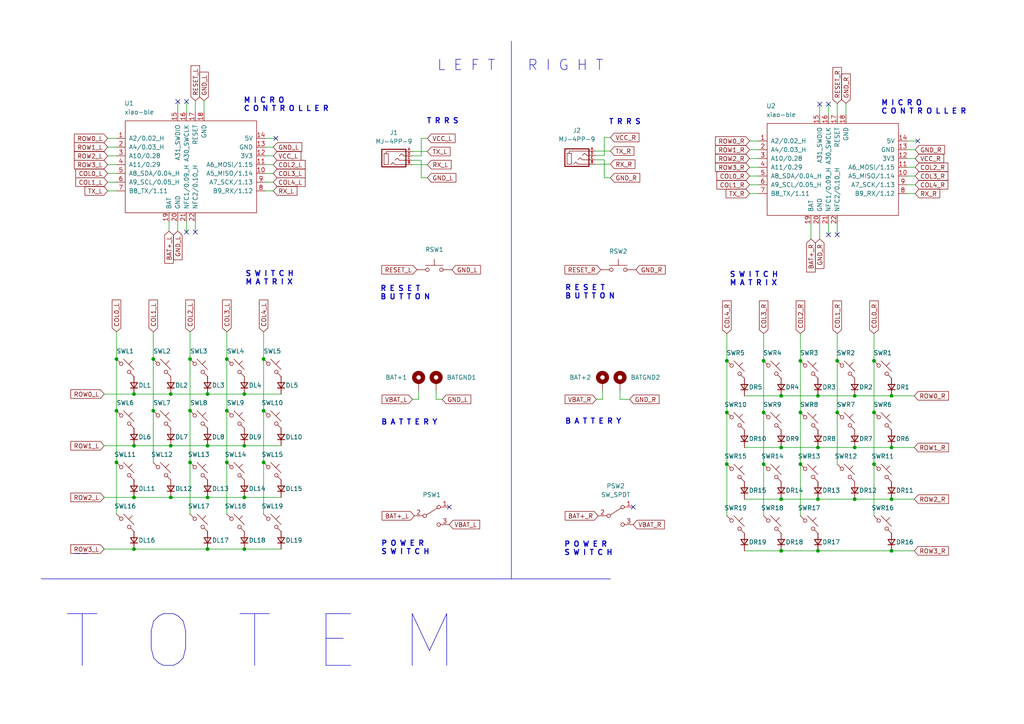
<source format=kicad_sch>
(kicad_sch (version 20211123) (generator eeschema)
  (paper "A4")
  (title_block (title "TOTEM split keyboard") (date "2022-11-09") (rev "0.3") (comment 1 "made by GEIST"))
  (lib_symbols
    (symbol "Device:D_Small" (pin_numbers hide) (pin_names (offset 0.254) hide)
      (property "Reference" "D" (at -1.27 2.032 0))
      (property "Value" "D_Small" (at -3.81 -2.032 0))
      (symbol "D_Small_0_1"
        (polyline (pts (xy -0.762 -1.016) (xy -0.762 1.016)) (stroke (width 0.254)))
        (polyline (pts (xy -0.762 0) (xy 0.762 0)))
        (polyline (pts (xy 0.762 -1.016) (xy -0.762 0) (xy 0.762 1.016) (xy 0.762 -1.016)) (stroke (width 0.254)))
      )
      (symbol "D_Small_1_1"
        (pin passive line (at -2.54 0 0) (length 1.778) (name "K") (number "1"))
        (pin passive line (at 2.54 0 180) (length 1.778) (name "A") (number "2"))
      )
    )
    (symbol "Mechanical:MountingHole_Pad" (pin_numbers hide) (pin_names (offset 1.016) hide)
      (property "Reference" "H" (at 0 6.35 0))
      (property "Value" "MountingHole_Pad" (at 0 4.445 0))
      (symbol "MountingHole_Pad_0_1"
        (circle (center 0 1.27) (radius 1.27) (stroke (width 1.27)))
      )
      (symbol "MountingHole_Pad_1_1"
        (pin input line (at 0 -2.54 90) (length 2.54) (name "1") (number "1"))
      )
    )
    (symbol "Switch:SW_Push" (pin_numbers hide) (pin_names (offset 1.016) hide)
      (property "Reference" "SW" (at 1.27 2.54 0))
      (property "Value" "SW_Push" (at 0 -1.524 0))
      (symbol "SW_Push_0_1"
        (circle (center -2.032 0) (radius 0.508))
        (polyline (pts (xy 0 1.27) (xy 0 3.048)))
        (polyline (pts (xy 2.54 1.27) (xy -2.54 1.27)))
        (circle (center 2.032 0) (radius 0.508))
        (pin passive line (at -5.08 0 0) (length 2.54) (name "1") (number "1"))
        (pin passive line (at 5.08 0 180) (length 2.54) (name "2") (number "2"))
      )
    )
    (symbol "Switch:SW_Push_45deg" (pin_numbers hide) (pin_names (offset 1.016) hide)
      (property "Reference" "SW" (at 3.048 1.016 0))
      (property "Value" "SW_Push_45deg" (at 0 -3.81 0))
      (symbol "SW_Push_45deg_0_1"
        (circle (center -1.1684 1.1684) (radius 0.508))
        (polyline (pts (xy -0.508 2.54) (xy 2.54 -0.508)))
        (polyline (pts (xy 1.016 1.016) (xy 2.032 2.032)))
        (polyline (pts (xy -2.54 2.54) (xy -1.524 1.524) (xy -1.524 1.524)))
        (polyline (pts (xy 1.524 -1.524) (xy 2.54 -2.54) (xy 2.54 -2.54) (xy 2.54 -2.54)))
        (circle (center 1.143 -1.1938) (radius 0.508))
        (pin passive line (at -2.54 2.54 0) (length 0) (name "1") (number "1"))
        (pin passive line (at 2.54 -2.54 180) (length 0) (name "2") (number "2"))
      )
    )
    (symbol "Switch:SW_SPDT" (pin_names (offset 0) hide)
      (property "Reference" "SW" (at 0 4.318 0))
      (property "Value" "SW_SPDT" (at 0 -5.08 0))
      (symbol "SW_SPDT_0_0"
        (circle (center -2.032 0) (radius 0.508))
        (circle (center 2.032 -2.54) (radius 0.508))
      )
      (symbol "SW_SPDT_0_1"
        (polyline (pts (xy -1.524 0.254) (xy 1.651 2.286)))
        (circle (center 2.032 2.54) (radius 0.508))
      )
      (symbol "SW_SPDT_1_1"
        (pin passive line (at 5.08 2.54 180) (length 2.54) (name "A") (number "1"))
        (pin passive line (at -5.08 0 0) (length 2.54) (name "B") (number "2"))
        (pin passive line (at 5.08 -2.54 180) (length 2.54) (name "C") (number "3"))
      )
    )
    (symbol "kbd:MJ-4PP-9" (pin_names (offset 1.016))
      (property "Reference" "J" (at 0 3.81 0))
      (property "Value" "MJ-4PP-9" (at 0 -3.81 0))
      (symbol "MJ-4PP-9_0_1"
        (rectangle (start -1.905 -1.905) (end -3.175 1.27))
        (polyline (pts (xy -2.54 1.27) (xy -2.54 1.905) (xy 3.175 1.905)))
        (polyline (pts (xy -1.27 -1.905) (xy -0.635 -1.27) (xy 0 -1.905) (xy 3.175 -1.905)))
        (polyline (pts (xy 0 -0.635) (xy 0.635 0) (xy 1.27 -0.635) (xy 3.175 -0.635)))
        (polyline (pts (xy 1.27 0.635) (xy 1.905 1.27) (xy 2.54 0.635) (xy 3.175 0.635)))
        (rectangle (start 3.175 2.54) (end -3.81 -2.54) (stroke (width 0.3048)))
      )
      (symbol "MJ-4PP-9_1_1"
        (pin input line (at 5.08 1.905 180) (length 2.0066) (name "~") (number "A"))
        (pin input line (at 5.08 -1.905 180) (length 2.0066) (name "~") (number "B"))
        (pin input line (at 5.08 -0.635 180) (length 2.0066) (name "~") (number "C"))
        (pin input line (at 5.08 0.635 180) (length 2.0066) (name "~") (number "D"))
      )
    )
    (symbol "mcu:xiao-ble" (pin_names (offset 1.016))
      (property "Reference" "U" (at -17.78 16.51 0))
      (property "Value" "xiao-ble" (at -15.24 13.97 0))
      (symbol "xiao-ble_0_1"
        (rectangle (start -19.05 12.7) (end 19.05 -13.97))
      )
      (symbol "xiao-ble_1_1"
        (pin bidirectional line (at -21.59 7.62 0) (length 2.54) (name "A2/0.02_H") (number "1"))
        (pin bidirectional line (at 21.59 -2.54 180) (length 2.54) (name "A5_MISO/1.14") (number "10"))
        (pin bidirectional line (at 21.59 0 180) (length 2.54) (name "A6_MOSI/1.15") (number "11"))
        (pin power_out line (at 21.59 2.54 180) (length 2.54) (name "3V3") (number "12"))
        (pin power_out line (at 21.59 5.08 180) (length 2.54) (name "GND") (number "13"))
        (pin power_out line (at 21.59 7.62 180) (length 2.54) (name "5V") (number "14"))
        (pin input line (at -3.81 15.24 270) (length 2.54) (name "A31_SWDIO") (number "15"))
        (pin input line (at -1.27 15.24 270) (length 2.54) (name "A30_SWCLK") (number "16"))
        (pin input line (at 1.27 15.24 270) (length 2.54) (name "RESET") (number "17"))
        (pin power_out line (at 3.81 15.24 270) (length 2.54) (name "GND") (number "18"))
        (pin bidirectional line (at -6.35 -16.51 90) (length 2.54) (name "BAT") (number "19"))
        (pin bidirectional line (at -21.59 5.08 0) (length 2.54) (name "A4/0.03_H") (number "2"))
        (pin power_out line (at -3.81 -16.51 90) (length 2.54) (name "GND") (number "20"))
        (pin bidirectional line (at -1.27 -16.51 90) (length 2.54) (name "NFC1/0.09_H") (number "21"))
        (pin bidirectional line (at 1.27 -16.51 90) (length 2.54) (name "NFC2/0.10_H") (number "22"))
        (pin bidirectional line (at -21.59 2.54 0) (length 2.54) (name "A10/0.28") (number "3"))
        (pin bidirectional line (at -21.59 0 0) (length 2.54) (name "A11/0.29") (number "4"))
        (pin bidirectional line (at -21.59 -2.54 0) (length 2.54) (name "A8_SDA/0.04_H") (number "5"))
        (pin bidirectional line (at -21.59 -5.08 0) (length 2.54) (name "A9_SCL/0.05_H") (number "6"))
        (pin bidirectional line (at -21.59 -7.62 0) (length 2.54) (name "B8_TX/1.11") (number "7"))
        (pin bidirectional line (at 21.59 -7.62 180) (length 2.54) (name "B9_RX/1.12") (number "8"))
        (pin bidirectional line (at 21.59 -5.08 180) (length 2.54) (name "A7_SCK/1.13") (number "9"))
      )
    )
  )
  (junction (at 33.782 104.14))
  (junction (at 33.782 134.112))
  (junction (at 226.568 129.794))
  (junction (at 49.53 114.3))
  (junction (at 44.45 119.126))
  (junction (at 55.118 119.126))
  (junction (at 70.866 129.286))
  (junction (at 226.568 144.78))
  (junction (at 226.568 159.766))
  (junction (at 237.236 114.808))
  (junction (at 49.53 144.272))
  (junction (at 38.862 159.258))
  (junction (at 232.156 119.634))
  (junction (at 258.572 144.78))
  (junction (at 76.454 104.14))
  (junction (at 70.866 144.272))
  (junction (at 221.488 119.634))
  (junction (at 237.236 159.766))
  (junction (at 247.904 144.78))
  (junction (at 76.454 119.126))
  (junction (at 44.45 104.14))
  (junction (at 70.866 114.3))
  (junction (at 210.82 134.62))
  (junction (at 232.156 134.62))
  (junction (at 55.118 104.14))
  (junction (at 247.904 129.794))
  (junction (at 242.824 104.648))
  (junction (at 60.198 144.272))
  (junction (at 38.862 144.272))
  (junction (at 232.156 104.648))
  (junction (at 247.904 114.808))
  (junction (at 210.82 104.648))
  (junction (at 65.786 104.14))
  (junction (at 60.198 114.3))
  (junction (at 60.198 159.258))
  (junction (at 258.572 129.794))
  (junction (at 49.53 129.286))
  (junction (at 33.782 119.126))
  (junction (at 258.572 114.808))
  (junction (at 70.866 159.258))
  (junction (at 237.236 129.794))
  (junction (at 221.488 134.62))
  (junction (at 55.118 134.112))
  (junction (at 258.572 159.766))
  (junction (at 253.492 119.634))
  (junction (at 242.824 119.634))
  (junction (at 38.862 129.286))
  (junction (at 65.786 119.126))
  (junction (at 76.454 134.112))
  (junction (at 253.492 134.62))
  (junction (at 65.786 134.112))
  (junction (at 226.568 114.808))
  (junction (at 60.198 129.286))
  (junction (at 237.236 144.78))
  (junction (at 38.862 114.3))
  (junction (at 253.492 104.648))
  (junction (at 221.488 104.648))
  (junction (at 210.82 119.634))
  (no_connect (at 237.744 30.226))
  (no_connect (at 240.284 30.226))
  (no_connect (at 54.102 67.31))
  (no_connect (at 56.642 67.31))
  (no_connect (at 183.642 147.066))
  (no_connect (at 54.102 29.464))
  (no_connect (at 51.562 29.464))
  (no_connect (at 266.192 40.894))
  (no_connect (at 80.01 40.132))
  (no_connect (at 130.302 147.066))
  (no_connect (at 242.824 68.072))
  (no_connect (at 240.284 68.072))
  (wire (pts (xy 215.9 144.78) (xy 226.568 144.78)))
  (wire (pts (xy 49.022 64.262) (xy 49.022 67.056)))
  (wire (pts (xy 217.424 40.894) (xy 219.964 40.894)))
  (wire (pts (xy 215.9 129.794) (xy 226.568 129.794)))
  (wire (pts (xy 247.904 114.808) (xy 258.572 114.808)))
  (wire (pts (xy 179.832 113.284) (xy 179.832 115.824)))
  (wire (pts (xy 76.962 40.132) (xy 80.01 40.132)))
  (wire (pts (xy 253.492 96.774) (xy 253.492 104.648)))
  (wire (pts (xy 126.492 115.824) (xy 128.27 115.824)))
  (wire (pts (xy 126.492 113.284) (xy 126.492 115.824)))
  (wire (pts (xy 56.642 29.21) (xy 56.642 32.512)))
  (wire (pts (xy 65.786 104.14) (xy 65.786 119.126)))
  (wire (pts (xy 263.144 51.054) (xy 265.43 51.054)))
  (wire (pts (xy 240.284 65.024) (xy 240.284 68.072)))
  (wire (pts (xy 49.53 144.272) (xy 60.198 144.272)))
  (wire (pts (xy 210.82 96.774) (xy 210.82 104.648)))
  (wire (pts (xy 31.242 40.132) (xy 33.782 40.132)))
  (wire (pts (xy 217.424 56.134) (xy 219.964 56.134)))
  (wire (pts (xy 122.174 40.132) (xy 122.174 45.212)))
  (wire (pts (xy 175.26 46.355) (xy 175.26 51.562)))
  (wire (pts (xy 70.866 129.286) (xy 81.534 129.286)))
  (wire (pts (xy 226.568 144.78) (xy 237.236 144.78)))
  (wire (pts (xy 210.82 134.62) (xy 210.82 149.606)))
  (wire (pts (xy 210.82 119.634) (xy 210.82 134.62)))
  (wire (pts (xy 237.236 114.808) (xy 247.904 114.808)))
  (wire (pts (xy 217.424 51.054) (xy 219.964 51.054)))
  (wire (pts (xy 65.786 119.126) (xy 65.786 134.112)))
  (wire (pts (xy 263.144 43.434) (xy 265.43 43.434)))
  (wire (pts (xy 55.118 134.112) (xy 55.118 149.098)))
  (wire (pts (xy 253.492 134.62) (xy 253.492 149.606)))
  (wire (pts (xy 122.174 46.482) (xy 122.174 51.562)))
  (wire (pts (xy 38.862 129.286) (xy 49.53 129.286)))
  (wire (pts (xy 76.454 104.14) (xy 76.454 119.126)))
  (wire (pts (xy 242.824 104.648) (xy 242.824 119.634)))
  (wire (pts (xy 232.156 96.774) (xy 232.156 104.648)))
  (wire (pts (xy 215.9 114.808) (xy 226.568 114.808)))
  (wire (pts (xy 76.962 45.212) (xy 79.248 45.212)))
  (wire (pts (xy 33.782 134.112) (xy 33.782 149.098)))
  (wire (pts (xy 31.242 47.752) (xy 33.782 47.752)))
  (wire (pts (xy 54.102 29.464) (xy 54.102 32.512)))
  (wire (pts (xy 172.72 47.625) (xy 177.038 47.625)))
  (wire (pts (xy 217.424 48.514) (xy 219.964 48.514)))
  (wire (pts (xy 30.226 129.286) (xy 38.862 129.286)))
  (wire (pts (xy 237.744 65.024) (xy 237.744 69.342)))
  (wire (pts (xy 76.962 52.832) (xy 79.248 52.832)))
  (wire (pts (xy 253.492 104.648) (xy 253.492 119.634)))
  (wire (pts (xy 38.862 144.272) (xy 49.53 144.272)))
  (wire (pts (xy 51.562 29.464) (xy 51.562 32.512)))
  (wire (pts (xy 76.962 55.372) (xy 79.248 55.372)))
  (polyline (pts (xy 21.59 160.528) (xy 25.4 160.528)))
  (wire (pts (xy 263.144 56.134) (xy 265.43 56.134)))
  (wire (pts (xy 263.144 40.894) (xy 266.192 40.894)))
  (wire (pts (xy 215.9 159.766) (xy 226.568 159.766)))
  (wire (pts (xy 70.866 114.3) (xy 81.534 114.3)))
  (wire (pts (xy 175.26 51.562) (xy 177.038 51.562)))
  (wire (pts (xy 258.572 129.794) (xy 265.176 129.794)))
  (wire (pts (xy 263.144 48.514) (xy 265.43 48.514)))
  (wire (pts (xy 242.824 119.634) (xy 242.824 134.62)))
  (wire (pts (xy 33.782 96.266) (xy 33.782 104.14)))
  (wire (pts (xy 76.454 96.266) (xy 76.454 104.14)))
  (wire (pts (xy 122.174 40.132) (xy 123.952 40.132)))
  (wire (pts (xy 232.156 119.634) (xy 232.156 134.62)))
  (wire (pts (xy 38.862 159.258) (xy 60.198 159.258)))
  (wire (pts (xy 177.038 39.878) (xy 175.26 39.878)))
  (wire (pts (xy 258.572 144.78) (xy 265.176 144.78)))
  (wire (pts (xy 31.242 45.212) (xy 33.782 45.212)))
  (wire (pts (xy 237.236 159.766) (xy 258.572 159.766)))
  (wire (pts (xy 65.786 96.266) (xy 65.786 104.14)))
  (wire (pts (xy 76.454 134.112) (xy 76.454 149.098)))
  (wire (pts (xy 119.634 115.824) (xy 121.412 115.824)))
  (wire (pts (xy 221.488 104.648) (xy 221.488 119.634)))
  (wire (pts (xy 242.824 96.774) (xy 242.824 104.648)))
  (wire (pts (xy 242.824 65.024) (xy 242.824 68.072)))
  (wire (pts (xy 119.634 47.752) (xy 123.952 47.752)))
  (wire (pts (xy 226.568 159.766) (xy 237.236 159.766)))
  (wire (pts (xy 119.634 45.212) (xy 122.174 45.212)))
  (wire (pts (xy 221.488 134.62) (xy 221.488 149.606)))
  (wire (pts (xy 119.634 43.942) (xy 123.952 43.942)))
  (wire (pts (xy 237.236 144.78) (xy 247.904 144.78)))
  (wire (pts (xy 245.364 29.972) (xy 245.364 33.274)))
  (polyline (pts (xy 148.336 11.938) (xy 148.336 167.894)) (stroke (width 0) (type solid)))
  (wire (pts (xy 121.412 115.824) (xy 121.412 113.284)))
  (wire (pts (xy 30.226 114.3) (xy 38.862 114.3)))
  (wire (pts (xy 76.454 119.126) (xy 76.454 134.112)))
  (wire (pts (xy 258.572 159.766) (xy 265.176 159.766)))
  (wire (pts (xy 59.182 29.21) (xy 59.182 32.512)))
  (wire (pts (xy 49.53 129.286) (xy 60.198 129.286)))
  (wire (pts (xy 122.174 51.562) (xy 123.952 51.562)))
  (wire (pts (xy 31.242 50.292) (xy 33.782 50.292)))
  (wire (pts (xy 258.572 114.808) (xy 265.176 114.808)))
  (wire (pts (xy 263.144 45.974) (xy 265.43 45.974)))
  (polyline (pts (xy 11.938 167.894) (xy 177.038 167.894)) (stroke (width 0) (type solid)))
  (wire (pts (xy 60.198 144.272) (xy 70.866 144.272)))
  (wire (pts (xy 242.824 29.972) (xy 242.824 33.274)))
  (wire (pts (xy 172.974 115.824) (xy 174.752 115.824)))
  (wire (pts (xy 247.904 129.794) (xy 258.572 129.794)))
  (wire (pts (xy 237.744 30.226) (xy 237.744 33.274)))
  (wire (pts (xy 172.72 46.355) (xy 175.26 46.355)))
  (wire (pts (xy 226.568 114.808) (xy 237.236 114.808)))
  (wire (pts (xy 56.642 64.262) (xy 56.642 67.31)))
  (wire (pts (xy 49.53 114.3) (xy 60.198 114.3)))
  (wire (pts (xy 60.198 129.286) (xy 70.866 129.286)))
  (wire (pts (xy 232.156 134.62) (xy 232.156 149.606)))
  (wire (pts (xy 263.144 53.594) (xy 265.43 53.594)))
  (wire (pts (xy 31.242 55.372) (xy 33.782 55.372)))
  (wire (pts (xy 44.45 104.14) (xy 44.45 119.126)))
  (wire (pts (xy 217.424 53.594) (xy 219.964 53.594)))
  (wire (pts (xy 172.72 45.085) (xy 175.26 45.085)))
  (wire (pts (xy 44.45 119.126) (xy 44.45 134.112)))
  (wire (pts (xy 237.236 129.794) (xy 247.904 129.794)))
  (wire (pts (xy 44.45 96.266) (xy 44.45 104.14)))
  (wire (pts (xy 38.862 114.3) (xy 49.53 114.3)))
  (wire (pts (xy 55.118 119.126) (xy 55.118 134.112)))
  (wire (pts (xy 217.424 43.434) (xy 219.964 43.434)))
  (wire (pts (xy 221.488 119.634) (xy 221.488 134.62)))
  (wire (pts (xy 65.786 134.112) (xy 65.786 149.098)))
  (wire (pts (xy 76.962 47.752) (xy 79.248 47.752)))
  (wire (pts (xy 174.752 115.824) (xy 174.752 113.284)))
  (wire (pts (xy 240.284 30.226) (xy 240.284 33.274)))
  (wire (pts (xy 60.198 159.258) (xy 70.866 159.258)))
  (wire (pts (xy 210.82 104.648) (xy 210.82 119.634)))
  (wire (pts (xy 31.242 52.832) (xy 33.782 52.832)))
  (wire (pts (xy 247.904 144.78) (xy 258.572 144.78)))
  (wire (pts (xy 221.488 96.774) (xy 221.488 104.648)))
  (wire (pts (xy 30.226 144.272) (xy 38.862 144.272)))
  (wire (pts (xy 76.962 42.672) (xy 79.248 42.672)))
  (wire (pts (xy 31.242 42.672) (xy 33.782 42.672)))
  (wire (pts (xy 232.156 104.648) (xy 232.156 119.634)))
  (wire (pts (xy 70.866 159.258) (xy 81.534 159.258)))
  (wire (pts (xy 235.204 65.024) (xy 235.204 69.342)))
  (wire (pts (xy 55.118 104.14) (xy 55.118 119.126)))
  (wire (pts (xy 33.782 104.14) (xy 33.782 119.126)))
  (wire (pts (xy 54.102 64.262) (xy 54.102 67.31)))
  (wire (pts (xy 55.118 96.266) (xy 55.118 104.14)))
  (wire (pts (xy 179.832 115.824) (xy 182.626 115.824)))
  (wire (pts (xy 60.198 114.3) (xy 70.866 114.3)))
  (wire (pts (xy 76.962 50.292) (xy 79.248 50.292)))
  (wire (pts (xy 51.562 64.262) (xy 51.562 67.056)))
  (wire (pts (xy 30.226 159.258) (xy 38.862 159.258)))
  (wire (pts (xy 33.782 119.126) (xy 33.782 134.112)))
  (wire (pts (xy 217.424 45.974) (xy 219.964 45.974)))
  (wire (pts (xy 253.492 119.634) (xy 253.492 134.62)))
  (wire (pts (xy 122.174 46.482) (xy 119.634 46.482)))
  (wire (pts (xy 70.866 144.272) (xy 81.534 144.272)))
  (wire (pts (xy 175.26 39.878) (xy 175.26 45.085)))
  (wire (pts (xy 226.568 129.794) (xy 237.236 129.794)))
  (wire (pts (xy 172.72 43.815) (xy 177.038 43.815)))
  (text "M I C R O \nC O N T R O L L E R" (at 255.524 33.274 0) (effects (font (size 1.5 1.5) (thickness 0.3) bold) (justify left bottom)))
  (text "T R R S" (at 176.53 36.322 0) (effects (font (size 1.5 1.5) (thickness 0.3) bold) (justify left bottom)))
  (text "R E S E T \nB U T T O N" (at 110.236 87.122 0) (effects (font (size 1.5 1.5) (thickness 0.3) bold) (justify left bottom)))
  (text "S W I T C H\nM A T R I X" (at 71.12 82.804 0) (effects (font (size 1.5 1.5) (thickness 0.3) bold) (justify left bottom)))
  (text "P O W E R\nS W I T C H" (at 110.49 161.036 0) (effects (font (size 1.5 1.5) (thickness 0.3) bold) (justify left bottom)))
  (text "R E S E T \nB U T T O N" (at 163.83 86.868 0) (effects (font (size 1.5 1.5) (thickness 0.3) bold) (justify left bottom)))
  (text "T O T E M" (at 18.034 195.072 0) (effects (font (size 15 15)) (justify left bottom)))
  (text "S W I T C H\nM A T R I X" (at 211.582 83.058 0) (effects (font (size 1.5 1.5) (thickness 0.3) bold) (justify left bottom)))
  (text "T R R S" (at 123.698 36.068 0) (effects (font (size 1.5 1.5) (thickness 0.3) bold) (justify left bottom)))
  (text "B A T T E R Y" (at 110.49 123.444 0) (effects (font (size 1.5 1.5) (thickness 0.3) bold) (justify left bottom)))
  (text "P O W E R\nS W I T C H" (at 163.576 161.29 0) (effects (font (size 1.5 1.5) (thickness 0.3) bold) (justify left bottom)))
  (text "R I G H T" (at 152.908 20.828 0) (effects (font (size 3 3)) (justify left bottom)))
  (text "B A T T E R Y" (at 163.83 123.19 0) (effects (font (size 1.5 1.5) (thickness 0.3) bold) (justify left bottom)))
  (text "L E F T" (at 143.764 20.828 180) (effects (font (size 3 3)) (justify right bottom)))
  (text "M I C R O \nC O N T R O L L E R" (at 70.612 32.512 0) (effects (font (size 1.5 1.5) (thickness 0.3) bold) (justify left bottom)))
  (global_label "GND_L" (shape input) (at 131.064 78.232 0) (property "Intersheet References" "${INTERSHEET_REFS}" (effects hide)))
  (global_label "VCC_R" (shape input) (at 265.43 45.974 0) (property "Intersheet References" "${INTERSHEET_REFS}" (effects hide)))
  (global_label "RX_L" (shape input) (at 123.952 47.752 0) (property "Intersheet References" "${INTERSHEET_REFS}" (effects hide)))
  (global_label "ROW3_R" (shape input) (at 265.176 159.766 0) (property "Intersheet References" "${INTERSHEET_REFS}" (effects hide)))
  (global_label "GND_R" (shape input) (at 265.43 43.434 0) (property "Intersheet References" "${INTERSHEET_REFS}" (effects hide)))
  (global_label "COL3_L" (shape input) (at 65.786 96.266 90) (property "Intersheet References" "${INTERSHEET_REFS}" (effects hide)))
  (global_label "COL4_L" (shape input) (at 76.454 96.266 90) (property "Intersheet References" "${INTERSHEET_REFS}" (effects hide)))
  (global_label "ROW0_R" (shape input) (at 265.176 114.808 0) (property "Intersheet References" "${INTERSHEET_REFS}" (effects hide)))
  (global_label "COL1_L" (shape input) (at 44.45 96.266 90) (property "Intersheet References" "${INTERSHEET_REFS}" (effects hide)))
  (global_label "GND_L" (shape input) (at 59.182 29.21 90) (property "Intersheet References" "${INTERSHEET_REFS}" (effects hide)))
  (global_label "COL2_R" (shape input) (at 232.156 96.774 90) (property "Intersheet References" "${INTERSHEET_REFS}" (effects hide)))
  (global_label "GND_L" (shape input) (at 79.248 42.672 0) (property "Intersheet References" "${INTERSHEET_REFS}" (effects hide)))
  (global_label "BAT+_L" (shape input) (at 120.142 149.606 180) (property "Intersheet References" "${INTERSHEET_REFS}" (effects hide)))
  (global_label "ROW0_R" (shape input) (at 217.424 40.894 180) (property "Intersheet References" "${INTERSHEET_REFS}" (effects hide)))
  (global_label "COL0_R" (shape input) (at 217.424 51.054 180) (property "Intersheet References" "${INTERSHEET_REFS}" (effects hide)))
  (global_label "COL4_R" (shape input) (at 265.43 53.594 0) (property "Intersheet References" "${INTERSHEET_REFS}" (effects hide)))
  (global_label "VCC_L" (shape input) (at 123.952 40.132 0) (property "Intersheet References" "${INTERSHEET_REFS}" (effects hide)))
  (global_label "VCC_R" (shape input) (at 177.038 39.878 0) (property "Intersheet References" "${INTERSHEET_REFS}" (effects hide)))
  (global_label "RESET_R" (shape input) (at 242.824 29.972 90) (property "Intersheet References" "${INTERSHEET_REFS}" (effects hide)))
  (global_label "RESET_R" (shape input) (at 174.244 78.232 180) (property "Intersheet References" "${INTERSHEET_REFS}" (effects hide)))
  (global_label "ROW3_L" (shape input) (at 30.226 159.258 180) (property "Intersheet References" "${INTERSHEET_REFS}" (effects hide)))
  (global_label "VBAT_R" (shape input) (at 183.642 152.146 0) (property "Intersheet References" "${INTERSHEET_REFS}" (effects hide)))
  (global_label "GND_L" (shape input) (at 51.562 67.056 270) (property "Intersheet References" "${INTERSHEET_REFS}" (effects hide)))
  (global_label "RESET_L" (shape input) (at 120.904 78.232 180) (property "Intersheet References" "${INTERSHEET_REFS}" (effects hide)))
  (global_label "VBAT_R" (shape input) (at 172.974 115.824 180) (property "Intersheet References" "${INTERSHEET_REFS}" (effects hide)))
  (global_label "VCC_L" (shape input) (at 79.248 45.212 0) (property "Intersheet References" "${INTERSHEET_REFS}" (effects hide)))
  (global_label "TX_L" (shape input) (at 123.952 43.942 0) (property "Intersheet References" "${INTERSHEET_REFS}" (effects hide)))
  (global_label "BAT+_L" (shape input) (at 49.022 67.056 270) (property "Intersheet References" "${INTERSHEET_REFS}" (effects hide)))
  (global_label "COL1_R" (shape input) (at 217.424 53.594 180) (property "Intersheet References" "${INTERSHEET_REFS}" (effects hide)))
  (global_label "ROW3_R" (shape input) (at 217.424 48.514 180) (property "Intersheet References" "${INTERSHEET_REFS}" (effects hide)))
  (global_label "BAT+_R" (shape input) (at 173.482 149.606 180) (property "Intersheet References" "${INTERSHEET_REFS}" (effects hide)))
  (global_label "ROW0_L" (shape input) (at 30.226 114.3 180) (property "Intersheet References" "${INTERSHEET_REFS}" (effects hide)))
  (global_label "GND_L" (shape input) (at 128.27 115.824 0) (property "Intersheet References" "${INTERSHEET_REFS}" (effects hide)))
  (global_label "VBAT_L" (shape input) (at 119.634 115.824 180) (property "Intersheet References" "${INTERSHEET_REFS}" (effects hide)))
  (global_label "ROW1_R" (shape input) (at 265.176 129.794 0) (property "Intersheet References" "${INTERSHEET_REFS}" (effects hide)))
  (global_label "GND_L" (shape input) (at 123.952 51.562 0) (property "Intersheet References" "${INTERSHEET_REFS}" (effects hide)))
  (global_label "BAT+_R" (shape input) (at 235.204 69.342 270) (property "Intersheet References" "${INTERSHEET_REFS}" (effects hide)))
  (global_label "GND_R" (shape input) (at 182.626 115.824 0) (property "Intersheet References" "${INTERSHEET_REFS}" (effects hide)))
  (global_label "RX_L" (shape input) (at 79.248 55.372 0) (property "Intersheet References" "${INTERSHEET_REFS}" (effects hide)))
  (global_label "GND_R" (shape input) (at 184.404 78.232 0) (property "Intersheet References" "${INTERSHEET_REFS}" (effects hide)))
  (global_label "COL0_L" (shape input) (at 33.782 96.266 90) (property "Intersheet References" "${INTERSHEET_REFS}" (effects hide)))
  (global_label "ROW3_L" (shape input) (at 31.242 47.752 180) (property "Intersheet References" "${INTERSHEET_REFS}" (effects hide)))
  (global_label "COL3_R" (shape input) (at 265.43 51.054 0) (property "Intersheet References" "${INTERSHEET_REFS}" (effects hide)))
  (global_label "TX_R" (shape input) (at 177.038 43.815 0) (property "Intersheet References" "${INTERSHEET_REFS}" (effects hide)))
  (global_label "COL4_R" (shape input) (at 210.82 96.774 90) (property "Intersheet References" "${INTERSHEET_REFS}" (effects hide)))
  (global_label "RESET_L" (shape input) (at 56.642 29.21 90) (property "Intersheet References" "${INTERSHEET_REFS}" (effects hide)))
  (global_label "RX_R" (shape input) (at 177.038 47.625 0) (property "Intersheet References" "${INTERSHEET_REFS}" (effects hide)))
  (global_label "COL3_R" (shape input) (at 221.488 96.774 90) (property "Intersheet References" "${INTERSHEET_REFS}" (effects hide)))
  (global_label "TX_R" (shape input) (at 217.424 56.134 180) (property "Intersheet References" "${INTERSHEET_REFS}" (effects hide)))
  (global_label "ROW1_L" (shape input) (at 30.226 129.286 180) (property "Intersheet References" "${INTERSHEET_REFS}" (effects hide)))
  (global_label "ROW2_L" (shape input) (at 31.242 45.212 180) (property "Intersheet References" "${INTERSHEET_REFS}" (effects hide)))
  (global_label "GND_R" (shape input) (at 237.744 69.342 270) (property "Intersheet References" "${INTERSHEET_REFS}" (effects hide)))
  (global_label "COL2_R" (shape input) (at 265.43 48.514 0) (property "Intersheet References" "${INTERSHEET_REFS}" (effects hide)))
  (global_label "GND_R" (shape input) (at 245.364 29.972 90) (property "Intersheet References" "${INTERSHEET_REFS}" (effects hide)))
  (global_label "VBAT_L" (shape input) (at 130.302 152.146 0) (property "Intersheet References" "${INTERSHEET_REFS}" (effects hide)))
  (global_label "ROW1_L" (shape input) (at 31.242 42.672 180) (property "Intersheet References" "${INTERSHEET_REFS}" (effects hide)))
  (global_label "COL1_R" (shape input) (at 242.824 96.774 90) (property "Intersheet References" "${INTERSHEET_REFS}" (effects hide)))
  (global_label "GND_R" (shape input) (at 177.038 51.562 0) (property "Intersheet References" "${INTERSHEET_REFS}" (effects hide)))
  (global_label "COL0_L" (shape input) (at 31.242 50.292 180) (property "Intersheet References" "${INTERSHEET_REFS}" (effects hide)))
  (global_label "COL2_L" (shape input) (at 79.248 47.752 0) (property "Intersheet References" "${INTERSHEET_REFS}" (effects hide)))
  (global_label "ROW1_R" (shape input) (at 217.424 43.434 180) (property "Intersheet References" "${INTERSHEET_REFS}" (effects hide)))
  (global_label "ROW2_R" (shape input) (at 265.176 144.78 0) (property "Intersheet References" "${INTERSHEET_REFS}" (effects hide)))
  (global_label "COL0_R" (shape input) (at 253.492 96.774 90) (property "Intersheet References" "${INTERSHEET_REFS}" (effects hide)))
  (global_label "COL3_L" (shape input) (at 79.248 50.292 0) (property "Intersheet References" "${INTERSHEET_REFS}" (effects hide)))
  (global_label "COL2_L" (shape input) (at 55.118 96.266 90) (property "Intersheet References" "${INTERSHEET_REFS}" (effects hide)))
  (global_label "TX_L" (shape input) (at 31.242 55.372 180) (property "Intersheet References" "${INTERSHEET_REFS}" (effects hide)))
  (global_label "ROW2_L" (shape input) (at 30.226 144.272 180) (property "Intersheet References" "${INTERSHEET_REFS}" (effects hide)))
  (global_label "COL4_L" (shape input) (at 79.248 52.832 0) (property "Intersheet References" "${INTERSHEET_REFS}" (effects hide)))
  (global_label "RX_R" (shape input) (at 265.43 56.134 0) (property "Intersheet References" "${INTERSHEET_REFS}" (effects hide)))
  (global_label "ROW0_L" (shape input) (at 31.242 40.132 180) (property "Intersheet References" "${INTERSHEET_REFS}" (effects hide)))
  (global_label "COL1_L" (shape input) (at 31.242 52.832 180) (property "Intersheet References" "${INTERSHEET_REFS}" (effects hide)))
  (global_label "ROW2_R" (shape input) (at 217.424 45.974 180) (property "Intersheet References" "${INTERSHEET_REFS}" (effects hide)))
  (symbol (lib_id "Device:D_Small") (at 81.534 156.718 90) (unit 1)
    (property "Reference" "DL19" (at 82.804 156.718 90) (effects (justify right)))
    (property "Value" "D_Small" (effects hide))
    (property "Footprint" "TOTEMlib:Diode_SOD123" (effects hide))
  )
  (symbol (lib_id "Switch:SW_Push_45deg") (at 245.364 107.188 0) (unit 1)
    (property "Reference" "SWR2" (at 245.364 102.362 0))
    (property "Value" "SW_Push_45deg" (effects hide))
    (property "Footprint" "TOTEMlib:Kailh_socket_PG1350_optional" (effects hide))
  )
  (symbol (lib_id "Switch:SW_Push_45deg") (at 57.658 151.638 0) (unit 1)
    (property "Reference" "SWL17" (at 57.658 146.812 0))
    (property "Value" "SW_Push_45deg" (effects hide))
    (property "Footprint" "TOTEMlib:Kailh_socket_PG1350_optional" (effects hide))
  )
  (symbol (lib_id "Switch:SW_Push_45deg") (at 36.322 151.638 0) (unit 1)
    (property "Reference" "SWL16" (at 36.322 146.812 0))
    (property "Value" "SW_Push_45deg" (effects hide))
    (property "Footprint" "TOTEMlib:Kailh_socket_PG1350_optional" (effects hide))
  )
  (symbol (lib_id "Switch:SW_Push_45deg") (at 256.032 152.146 0) (unit 1)
    (property "Reference" "SWR16" (at 256.032 147.32 0))
    (property "Value" "SW_Push_45deg" (effects hide))
    (property "Footprint" "TOTEMlib:Kailh_socket_PG1350_optional" (effects hide))
  )
  (symbol (lib_id "Switch:SW_SPDT") (at 125.222 149.606 0) (unit 1)
    (property "Reference" "PSW1" (at 125.222 143.51 0))
    (property "Value" "SW_SPDT" (effects hide))
    (property "Footprint" "TOTEMlib:MSK12C02" (effects hide))
  )
  (symbol (lib_id "Switch:SW_Push_45deg") (at 68.326 106.68 0) (unit 1)
    (property "Reference" "SWL4" (at 68.326 101.854 0))
    (property "Value" "SW_Push_45deg" (effects hide))
    (property "Footprint" "TOTEMlib:Kailh_socket_PG1350_optional" (effects hide))
  )
  (symbol (lib_id "Device:D_Small") (at 258.572 127.254 90) (unit 1)
    (property "Reference" "DR6" (at 259.842 127.254 90) (effects (justify right)))
    (property "Value" "D_Small" (effects hide))
    (property "Footprint" "TOTEMlib:Diode_SOD123" (effects hide))
  )
  (symbol (lib_id "Mechanical:MountingHole_Pad") (at 121.412 110.744 0) (unit 1)
    (property "Reference" "BAT+1" (at 118.11 109.474 0) (effects (justify right)))
    (property "Value" "+" (effects hide))
    (property "Footprint" "TOTEMlib:BatteryPad" (effects hide))
  )
  (symbol (lib_id "Switch:SW_Push_45deg") (at 234.696 107.188 0) (unit 1)
    (property "Reference" "SWR3" (at 234.696 102.362 0))
    (property "Value" "SW_Push_45deg" (effects hide))
    (property "Footprint" "TOTEMlib:Kailh_socket_PG1350_optional" (effects hide))
  )
  (symbol (lib_id "Switch:SW_Push_45deg") (at 57.658 106.68 0) (unit 1)
    (property "Reference" "SWL3" (at 57.658 101.854 0))
    (property "Value" "SW_Push_45deg" (effects hide))
    (property "Footprint" "TOTEMlib:Kailh_socket_PG1350_optional" (effects hide))
  )
  (symbol (lib_id "Switch:SW_SPDT") (at 178.562 149.606 0) (unit 1)
    (property "Reference" "PSW2" (at 178.562 140.97 0))
    (property "Value" "SW_SPDT" (at 178.562 143.51 0))
    (property "Footprint" "TOTEMlib:MSK12C02" (effects hide))
  )
  (symbol (lib_id "Mechanical:MountingHole_Pad") (at 126.492 110.744 0) (unit 1)
    (property "Reference" "BATGND1" (at 129.54 109.474 0) (effects (justify left)))
    (property "Value" "-" (effects hide))
    (property "Footprint" "TOTEMlib:BatteryPad" (effects hide))
  )
  (symbol (lib_id "Device:D_Small") (at 215.9 112.268 90) (unit 1)
    (property "Reference" "DR5" (at 217.17 112.268 90) (effects (justify right)))
    (property "Value" "D_Small" (effects hide))
    (property "Footprint" "TOTEMlib:Diode_SOD123" (effects hide))
  )
  (symbol (lib_id "Switch:SW_Push_45deg") (at 213.36 122.174 0) (unit 1)
    (property "Reference" "SWR10" (at 213.36 117.348 0))
    (property "Value" "SW_Push_45deg" (effects hide))
    (property "Footprint" "TOTEMlib:Kailh_socket_PG1350_optional" (effects hide))
  )
  (symbol (lib_id "Switch:SW_Push") (at 125.984 78.232 0) (unit 1)
    (property "Reference" "RSW1" (at 125.984 72.39 0))
    (property "Value" "SW_Push" (effects hide))
    (property "Footprint" "TOTEMlib:SKHLLCA010" (effects hide))
  )
  (symbol (lib_id "Switch:SW_Push_45deg") (at 245.364 137.16 0) (unit 1)
    (property "Reference" "SWR12" (at 245.364 132.334 0))
    (property "Value" "SW_Push_45deg" (effects hide))
    (property "Footprint" "TOTEMlib:Kailh_socket_PG1350_optional" (effects hide))
  )
  (symbol (lib_id "Switch:SW_Push_45deg") (at 234.696 122.174 0) (unit 1)
    (property "Reference" "SWR8" (at 234.696 117.348 0))
    (property "Value" "SW_Push_45deg" (effects hide))
    (property "Footprint" "TOTEMlib:Kailh_socket_PG1350_optional" (effects hide))
  )
  (symbol (lib_id "Switch:SW_Push_45deg") (at 46.99 121.666 0) (unit 1)
    (property "Reference" "SWL7" (at 46.99 116.84 0))
    (property "Value" "SW_Push_45deg" (effects hide))
    (property "Footprint" "TOTEMlib:Kailh_socket_PG1350_optional" (effects hide))
  )
  (symbol (lib_id "mcu:xiao-ble") (at 55.372 47.752 0) (unit 1)
    (property "Reference" "U1" (at 36.068 29.972 0) (effects (justify left)))
    (property "Value" "xiao-ble" (at 36.068 32.512 0) (effects (justify left)))
    (property "Footprint" "TOTEMlib:xiao-ble-smd-cutout" (effects hide))
  )
  (symbol (lib_id "Device:D_Small") (at 226.568 142.24 90) (unit 1)
    (property "Reference" "DR14" (at 227.838 142.24 90) (effects (justify right)))
    (property "Value" "D_Small" (effects hide))
    (property "Footprint" "TOTEMlib:Diode_SOD123" (effects hide))
  )
  (symbol (lib_id "Switch:SW_Push_45deg") (at 234.696 137.16 0) (unit 1)
    (property "Reference" "SWR13" (at 234.696 132.334 0))
    (property "Value" "SW_Push_45deg" (effects hide))
    (property "Footprint" "TOTEMlib:Kailh_socket_PG1350_optional" (effects hide))
  )
  (symbol (lib_id "Device:D_Small") (at 38.862 111.76 90) (unit 1)
    (property "Reference" "DL1" (at 40.132 111.76 90) (effects (justify right)))
    (property "Value" "D_Small" (effects hide))
    (property "Footprint" "TOTEMlib:Diode_SOD123" (effects hide))
  )
  (symbol (lib_id "Device:D_Small") (at 258.572 157.226 90) (unit 1)
    (property "Reference" "DR16" (at 259.842 157.226 90) (effects (justify right)))
    (property "Value" "D_Small" (effects hide))
    (property "Footprint" "TOTEMlib:Diode_SOD123" (effects hide))
  )
  (symbol (lib_id "Switch:SW_Push_45deg") (at 213.36 107.188 0) (unit 1)
    (property "Reference" "SWR5" (at 213.36 102.362 0))
    (property "Value" "SW_Push_45deg" (effects hide))
    (property "Footprint" "TOTEMlib:Kailh_socket_PG1350_optional" (effects hide))
  )
  (symbol (lib_id "Device:D_Small") (at 49.53 111.76 90) (unit 1)
    (property "Reference" "DL2" (at 50.8 111.76 90) (effects (justify right)))
    (property "Value" "D_Small" (effects hide))
    (property "Footprint" "TOTEMlib:Diode_SOD123" (effects hide))
  )
  (symbol (lib_id "Switch:SW_Push_45deg") (at 57.658 121.666 0) (unit 1)
    (property "Reference" "SWL8" (at 57.658 116.84 0))
    (property "Value" "SW_Push_45deg" (effects hide))
    (property "Footprint" "TOTEMlib:Kailh_socket_PG1350_optional" (effects hide))
  )
  (symbol (lib_id "Switch:SW_Push_45deg") (at 68.326 136.652 0) (unit 1)
    (property "Reference" "SWL14" (at 68.326 131.826 0))
    (property "Value" "SW_Push_45deg" (effects hide))
    (property "Footprint" "TOTEMlib:Kailh_socket_PG1350_optional" (effects hide))
  )
  (symbol (lib_id "Device:D_Small") (at 70.866 141.732 90) (unit 1)
    (property "Reference" "DL14" (at 72.136 141.732 90) (effects (justify right)))
    (property "Value" "D_Small" (effects hide))
    (property "Footprint" "TOTEMlib:Diode_SOD123" (effects hide))
  )
  (symbol (lib_id "Device:D_Small") (at 215.9 142.24 90) (unit 1)
    (property "Reference" "DR15" (at 217.17 142.24 90) (effects (justify right)))
    (property "Value" "D_Small" (effects hide))
    (property "Footprint" "TOTEMlib:Diode_SOD123" (effects hide))
  )
  (symbol (lib_id "Switch:SW_Push_45deg") (at 78.994 151.638 0) (unit 1)
    (property "Reference" "SWL19" (at 78.994 146.812 0))
    (property "Value" "SW_Push_45deg" (effects hide))
    (property "Footprint" "TOTEMlib:Kailh_socket_PG1350_optional" (effects hide))
  )
  (symbol (lib_id "Switch:SW_Push_45deg") (at 213.36 152.146 0) (unit 1)
    (property "Reference" "SWR19" (at 213.36 147.32 0))
    (property "Value" "SW_Push_45deg" (effects hide))
    (property "Footprint" "TOTEMlib:Kailh_socket_PG1350_optional" (effects hide))
  )
  (symbol (lib_id "kbd:MJ-4PP-9") (at 114.554 45.847 0) (unit 1)
    (property "Reference" "J1" (at 114.2365 38.481 0))
    (property "Value" "MJ-4PP-9" (at 114.2365 41.021 0))
    (property "Footprint" "TOTEMlib:MJ-4PP-9_1side" (effects hide))
  )
  (symbol (lib_id "Switch:SW_Push_45deg") (at 234.696 152.146 0) (unit 1)
    (property "Reference" "SWR17" (at 234.696 147.32 0))
    (property "Value" "SW_Push_45deg" (effects hide))
    (property "Footprint" "TOTEMlib:Kailh_socket_PG1350_optional" (effects hide))
  )
  (symbol (lib_id "Switch:SW_Push_45deg") (at 245.364 122.174 0) (unit 1)
    (property "Reference" "SWR7" (at 245.364 117.348 0))
    (property "Value" "SW_Push_45deg" (effects hide))
    (property "Footprint" "TOTEMlib:Kailh_socket_PG1350_optional" (effects hide))
  )
  (symbol (lib_id "Switch:SW_Push_45deg") (at 36.322 106.68 0) (unit 1)
    (property "Reference" "SWL1" (at 36.322 101.854 0))
    (property "Value" "SW_Push_45deg" (effects hide))
    (property "Footprint" "TOTEMlib:Kailh_socket_PG1350_optional" (effects hide))
  )
  (symbol (lib_id "Device:D_Small") (at 81.534 111.76 90) (unit 1)
    (property "Reference" "DL5" (at 82.804 111.76 90) (effects (justify right)))
    (property "Value" "D_Small" (effects hide))
    (property "Footprint" "TOTEMlib:Diode_SOD123" (effects hide))
  )
  (symbol (lib_id "Device:D_Small") (at 226.568 112.268 90) (unit 1)
    (property "Reference" "DR4" (at 227.838 112.268 90) (effects (justify right)))
    (property "Value" "D_Small" (effects hide))
    (property "Footprint" "TOTEMlib:Diode_SOD123" (effects hide))
  )
  (symbol (lib_id "Device:D_Small") (at 237.236 142.24 90) (unit 1)
    (property "Reference" "DR13" (at 238.506 142.24 90) (effects (justify right)))
    (property "Value" "D_Small" (effects hide))
    (property "Footprint" "TOTEMlib:Diode_SOD123" (effects hide))
  )
  (symbol (lib_id "Mechanical:MountingHole_Pad") (at 179.832 110.744 0) (unit 1)
    (property "Reference" "BATGND2" (at 182.88 109.474 0) (effects (justify left)))
    (property "Value" "-" (effects hide))
    (property "Footprint" "TOTEMlib:BatteryPad" (effects hide))
  )
  (symbol (lib_id "Switch:SW_Push_45deg") (at 68.326 121.666 0) (unit 1)
    (property "Reference" "SWL9" (at 68.326 116.84 0))
    (property "Value" "SW_Push_45deg" (effects hide))
    (property "Footprint" "TOTEMlib:Kailh_socket_PG1350_optional" (effects hide))
  )
  (symbol (lib_id "Switch:SW_Push_45deg") (at 78.994 106.68 0) (unit 1)
    (property "Reference" "SWL5" (at 78.994 101.854 0))
    (property "Value" "SW_Push_45deg" (effects hide))
    (property "Footprint" "TOTEMlib:Kailh_socket_PG1350_optional" (effects hide))
  )
  (symbol (lib_id "Switch:SW_Push_45deg") (at 224.028 137.16 0) (unit 1)
    (property "Reference" "SWR14" (at 224.028 132.334 0))
    (property "Value" "SW_Push_45deg" (effects hide))
    (property "Footprint" "TOTEMlib:Kailh_socket_PG1350_optional" (effects hide))
  )
  (symbol (lib_id "Device:D_Small") (at 81.534 126.746 90) (unit 1)
    (property "Reference" "DL10" (at 82.804 126.746 90) (effects (justify right)))
    (property "Value" "D_Small" (effects hide))
    (property "Footprint" "TOTEMlib:Diode_SOD123" (effects hide))
  )
  (symbol (lib_id "Device:D_Small") (at 70.866 156.718 90) (unit 1)
    (property "Reference" "DL18" (at 72.136 156.718 90) (effects (justify right)))
    (property "Value" "D_Small" (effects hide))
    (property "Footprint" "TOTEMlib:Diode_SOD123" (effects hide))
  )
  (symbol (lib_id "Device:D_Small") (at 49.53 126.746 90) (unit 1)
    (property "Reference" "DL7" (at 50.8 126.746 90) (effects (justify right)))
    (property "Value" "D_Small" (effects hide))
    (property "Footprint" "TOTEMlib:Diode_SOD123" (effects hide))
  )
  (symbol (lib_id "Device:D_Small") (at 60.198 111.76 90) (unit 1)
    (property "Reference" "DL3" (at 61.468 111.76 90) (effects (justify right)))
    (property "Value" "D_Small" (effects hide))
    (property "Footprint" "TOTEMlib:Diode_SOD123" (effects hide))
  )
  (symbol (lib_id "Switch:SW_Push_45deg") (at 46.99 106.68 0) (unit 1)
    (property "Reference" "SWL2" (at 46.99 101.854 0))
    (property "Value" "SW_Push_45deg" (effects hide))
    (property "Footprint" "TOTEMlib:Kailh_socket_PG1350_optional" (effects hide))
  )
  (symbol (lib_id "Switch:SW_Push_45deg") (at 78.994 136.652 0) (unit 1)
    (property "Reference" "SWL15" (at 78.994 131.826 0))
    (property "Value" "SW_Push_45deg" (effects hide))
    (property "Footprint" "TOTEMlib:Kailh_socket_PG1350_optional" (effects hide))
  )
  (symbol (lib_id "Switch:SW_Push_45deg") (at 78.994 121.666 0) (unit 1)
    (property "Reference" "SWL10" (at 78.994 116.84 0))
    (property "Value" "SW_Push_45deg" (effects hide))
    (property "Footprint" "TOTEMlib:Kailh_socket_PG1350_optional" (effects hide))
  )
  (symbol (lib_id "Device:D_Small") (at 237.236 157.226 90) (unit 1)
    (property "Reference" "DR17" (at 238.506 157.226 90) (effects (justify right)))
    (property "Value" "D_Small" (effects hide))
    (property "Footprint" "TOTEMlib:Diode_SOD123" (effects hide))
  )
  (symbol (lib_id "Device:D_Small") (at 237.236 112.268 90) (unit 1)
    (property "Reference" "DR3" (at 238.506 112.268 90) (effects (justify right)))
    (property "Value" "D_Small" (effects hide))
    (property "Footprint" "TOTEMlib:Diode_SOD123" (effects hide))
  )
  (symbol (lib_id "Switch:SW_Push_45deg") (at 213.36 137.16 0) (unit 1)
    (property "Reference" "SWR15" (at 213.36 132.334 0))
    (property "Value" "SW_Push_45deg" (effects hide))
    (property "Footprint" "TOTEMlib:Kailh_socket_PG1350_optional" (effects hide))
  )
  (symbol (lib_id "Switch:SW_Push_45deg") (at 57.658 136.652 0) (unit 1)
    (property "Reference" "SWL13" (at 57.658 131.826 0))
    (property "Value" "SW_Push_45deg" (effects hide))
    (property "Footprint" "TOTEMlib:Kailh_socket_PG1350_optional" (effects hide))
  )
  (symbol (lib_id "Device:D_Small") (at 38.862 156.718 90) (unit 1)
    (property "Reference" "DL16" (at 40.132 156.718 90) (effects (justify right)))
    (property "Value" "D_Small" (effects hide))
    (property "Footprint" "TOTEMlib:Diode_SOD123" (effects hide))
  )
  (symbol (lib_id "Device:D_Small") (at 226.568 127.254 90) (unit 1)
    (property "Reference" "DR9" (at 227.838 127.254 90) (effects (justify right)))
    (property "Value" "D_Small" (effects hide))
    (property "Footprint" "TOTEMlib:Diode_SOD123" (effects hide))
  )
  (symbol (lib_id "Mechanical:MountingHole_Pad") (at 174.752 110.744 0) (unit 1)
    (property "Reference" "BAT+2" (at 171.45 109.474 0) (effects (justify right)))
    (property "Value" "+" (effects hide))
    (property "Footprint" "TOTEMlib:BatteryPad" (effects hide))
  )
  (symbol (lib_id "Device:D_Small") (at 81.534 141.732 90) (unit 1)
    (property "Reference" "DL15" (at 82.804 141.732 90) (effects (justify right)))
    (property "Value" "D_Small" (effects hide))
    (property "Footprint" "TOTEMlib:Diode_SOD123" (effects hide))
  )
  (symbol (lib_id "Device:D_Small") (at 258.572 142.24 90) (unit 1)
    (property "Reference" "DR11" (at 259.842 142.24 90) (effects (justify right)))
    (property "Value" "D_Small" (effects hide))
    (property "Footprint" "TOTEMlib:Diode_SOD123" (effects hide))
  )
  (symbol (lib_id "Switch:SW_Push") (at 179.324 78.232 0) (unit 1)
    (property "Reference" "RSW2" (at 179.324 72.898 0))
    (property "Value" "SW_Push" (effects hide))
    (property "Footprint" "TOTEMlib:SKHLLCA010" (effects hide))
  )
  (symbol (lib_id "kbd:MJ-4PP-9") (at 167.64 45.72 0) (unit 1)
    (property "Reference" "J2" (at 167.3225 37.846 0))
    (property "Value" "MJ-4PP-9" (at 167.3225 40.386 0))
    (property "Footprint" "TOTEMlib:MJ-4PP-9_1side" (effects hide))
  )
  (symbol (lib_id "Switch:SW_Push_45deg") (at 256.032 107.188 0) (unit 1)
    (property "Reference" "SWR1" (at 256.032 102.362 0))
    (property "Value" "SW_Push_45deg" (effects hide))
    (property "Footprint" "TOTEMlib:Kailh_socket_PG1350_optional" (effects hide))
  )
  (symbol (lib_id "Device:D_Small") (at 38.862 126.746 90) (unit 1)
    (property "Reference" "DL6" (at 40.132 126.746 90) (effects (justify right)))
    (property "Value" "D_Small" (effects hide))
    (property "Footprint" "TOTEMlib:Diode_SOD123" (effects hide))
  )
  (symbol (lib_id "Device:D_Small") (at 247.904 142.24 90) (unit 1)
    (property "Reference" "DR12" (at 249.174 142.24 90) (effects (justify right)))
    (property "Value" "D_Small" (effects hide))
    (property "Footprint" "TOTEMlib:Diode_SOD123" (effects hide))
  )
  (symbol (lib_id "Device:D_Small") (at 215.9 157.226 90) (unit 1)
    (property "Reference" "DR19" (at 217.17 157.226 90) (effects (justify right)))
    (property "Value" "D_Small" (effects hide))
    (property "Footprint" "TOTEMlib:Diode_SOD123" (effects hide))
  )
  (symbol (lib_id "Device:D_Small") (at 60.198 156.718 90) (unit 1)
    (property "Reference" "DL17" (at 61.468 156.718 90) (effects (justify right)))
    (property "Value" "D_Small" (effects hide))
    (property "Footprint" "TOTEMlib:Diode_SOD123" (effects hide))
  )
  (symbol (lib_id "Device:D_Small") (at 60.198 126.746 90) (unit 1)
    (property "Reference" "DL8" (at 61.468 126.746 90) (effects (justify right)))
    (property "Value" "D_Small" (effects hide))
    (property "Footprint" "TOTEMlib:Diode_SOD123" (effects hide))
  )
  (symbol (lib_id "Switch:SW_Push_45deg") (at 224.028 122.174 0) (unit 1)
    (property "Reference" "SWR9" (at 224.028 117.348 0))
    (property "Value" "SW_Push_45deg" (effects hide))
    (property "Footprint" "TOTEMlib:Kailh_socket_PG1350_optional" (effects hide))
  )
  (symbol (lib_id "Device:D_Small") (at 38.862 141.732 90) (unit 1)
    (property "Reference" "DL11" (at 40.132 141.732 90) (effects (justify right)))
    (property "Value" "D_Small" (effects hide))
    (property "Footprint" "TOTEMlib:Diode_SOD123" (effects hide))
  )
  (symbol (lib_id "Device:D_Small") (at 258.572 112.268 90) (unit 1)
    (property "Reference" "DR1" (at 259.842 112.268 90) (effects (justify right)))
    (property "Value" "D_Small" (effects hide))
    (property "Footprint" "TOTEMlib:Diode_SOD123" (effects hide))
  )
  (symbol (lib_id "Device:D_Small") (at 60.198 141.732 90) (unit 1)
    (property "Reference" "DL13" (at 61.468 141.732 90) (effects (justify right)))
    (property "Value" "D_Small" (effects hide))
    (property "Footprint" "TOTEMlib:Diode_SOD123" (effects hide))
  )
  (symbol (lib_id "Device:D_Small") (at 237.236 127.254 90) (unit 1)
    (property "Reference" "DR8" (at 238.506 127.254 90) (effects (justify right)))
    (property "Value" "D_Small" (effects hide))
    (property "Footprint" "TOTEMlib:Diode_SOD123" (effects hide))
  )
  (symbol (lib_id "mcu:xiao-ble") (at 241.554 48.514 0) (unit 1)
    (property "Reference" "U2" (at 222.25 30.734 0) (effects (justify left)))
    (property "Value" "xiao-ble" (at 222.25 33.274 0) (effects (justify left)))
    (property "Footprint" "TOTEMlib:xiao-ble-smd-cutout" (effects hide))
  )
  (symbol (lib_id "Device:D_Small") (at 226.568 157.226 90) (unit 1)
    (property "Reference" "DR18" (at 227.838 157.226 90) (effects (justify right)))
    (property "Value" "D_Small" (effects hide))
    (property "Footprint" "TOTEMlib:Diode_SOD123" (effects hide))
  )
  (symbol (lib_id "Device:D_Small") (at 247.904 112.268 90) (unit 1)
    (property "Reference" "DR2" (at 249.174 112.268 90) (effects (justify right)))
    (property "Value" "D_Small" (effects hide))
    (property "Footprint" "TOTEMlib:Diode_SOD123" (effects hide))
  )
  (symbol (lib_id "Switch:SW_Push_45deg") (at 256.032 122.174 0) (unit 1)
    (property "Reference" "SWR6" (at 256.032 117.348 0))
    (property "Value" "SW_Push_45deg" (effects hide))
    (property "Footprint" "TOTEMlib:Kailh_socket_PG1350_optional" (effects hide))
  )
  (symbol (lib_id "Device:D_Small") (at 247.904 127.254 90) (unit 1)
    (property "Reference" "DR7" (at 249.174 127.254 90) (effects (justify right)))
    (property "Value" "D_Small" (effects hide))
    (property "Footprint" "TOTEMlib:Diode_SOD123" (effects hide))
  )
  (symbol (lib_id "Switch:SW_Push_45deg") (at 46.99 136.652 0) (unit 1)
    (property "Reference" "SWL12" (at 46.99 131.826 0))
    (property "Value" "SW_Push_45deg" (effects hide))
    (property "Footprint" "TOTEMlib:Kailh_socket_PG1350_optional" (effects hide))
  )
  (symbol (lib_id "Switch:SW_Push_45deg") (at 68.326 151.638 0) (unit 1)
    (property "Reference" "SWL18" (at 68.326 146.812 0))
    (property "Value" "SW_Push_45deg" (effects hide))
    (property "Footprint" "TOTEMlib:Kailh_socket_PG1350_optional" (effects hide))
  )
  (symbol (lib_id "Switch:SW_Push_45deg") (at 36.322 121.666 0) (unit 1)
    (property "Reference" "SWL6" (at 36.322 116.84 0))
    (property "Value" "SW_Push_45deg" (effects hide))
    (property "Footprint" "TOTEMlib:Kailh_socket_PG1350_optional" (effects hide))
  )
  (symbol (lib_id "Device:D_Small") (at 70.866 111.76 90) (unit 1)
    (property "Reference" "DL4" (at 72.136 111.76 90) (effects (justify right)))
    (property "Value" "D_Small" (effects hide))
    (property "Footprint" "TOTEMlib:Diode_SOD123" (effects hide))
  )
  (symbol (lib_id "Device:D_Small") (at 70.866 126.746 90) (unit 1)
    (property "Reference" "DL9" (at 72.136 126.746 90) (effects (justify right)))
    (property "Value" "D_Small" (effects hide))
    (property "Footprint" "TOTEMlib:Diode_SOD123" (effects hide))
  )
  (symbol (lib_id "Switch:SW_Push_45deg") (at 224.028 107.188 0) (unit 1)
    (property "Reference" "SWR4" (at 224.028 102.362 0))
    (property "Value" "SW_Push_45deg" (effects hide))
    (property "Footprint" "TOTEMlib:Kailh_socket_PG1350_optional" (effects hide))
  )
  (symbol (lib_id "Switch:SW_Push_45deg") (at 224.028 152.146 0) (unit 1)
    (property "Reference" "SWR18" (at 224.028 147.32 0))
    (property "Value" "SW_Push_45deg" (effects hide))
    (property "Footprint" "TOTEMlib:Kailh_socket_PG1350_optional" (effects hide))
  )
  (symbol (lib_id "Device:D_Small") (at 49.53 141.732 90) (unit 1)
    (property "Reference" "DL12" (at 50.8 141.732 90) (effects (justify right)))
    (property "Value" "D_Small" (effects hide))
    (property "Footprint" "TOTEMlib:Diode_SOD123" (effects hide))
  )
  (symbol (lib_id "Switch:SW_Push_45deg") (at 36.322 136.652 0) (unit 1)
    (property "Reference" "SWL11" (at 36.322 131.826 0))
    (property "Value" "SW_Push_45deg" (effects hide))
    (property "Footprint" "TOTEMlib:Kailh_socket_PG1350_optional" (effects hide))
  )
  (symbol (lib_id "Device:D_Small") (at 215.9 127.254 90) (unit 1)
    (property "Reference" "DR10" (at 217.17 127.254 90) (effects (justify right)))
    (property "Value" "D_Small" (effects hide))
    (property "Footprint" "TOTEMlib:Diode_SOD123" (effects hide))
  )
  (symbol (lib_id "Switch:SW_Push_45deg") (at 256.032 137.16 0) (unit 1)
    (property "Reference" "SWR11" (at 256.032 132.334 0))
    (property "Value" "SW_Push_45deg" (effects hide))
    (property "Footprint" "TOTEMlib:Kailh_socket_PG1350_optional" (effects hide))
  )
)
</source>
